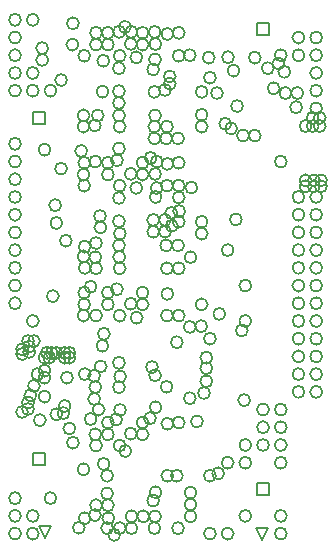
<source format=gbr>
G04*
G04 #@! TF.GenerationSoftware,Altium Limited,Altium Designer,24.9.1 (31)*
G04*
G04 Layer_Color=2752767*
%FSLAX44Y44*%
%MOMM*%
G71*
G04*
G04 #@! TF.SameCoordinates,5A5FE6A1-42EB-4B62-8C37-2C097A76047A*
G04*
G04*
G04 #@! TF.FilePolarity,Positive*
G04*
G01*
G75*
%ADD13C,0.1270*%
%ADD42C,0.1693*%
D13*
X30000Y7920D02*
X24920Y18080D01*
X35080D01*
X30000Y7920D01*
X214000Y6920D02*
X208920Y17080D01*
X219080D01*
X214000Y6920D01*
X209920Y433920D02*
Y444080D01*
X220080D01*
Y433920D01*
X209920D01*
X19920Y69920D02*
Y80080D01*
X30080D01*
Y69920D01*
X19920D01*
X209920Y44920D02*
Y55080D01*
X220080D01*
Y44920D01*
X209920D01*
X19920Y358920D02*
Y369080D01*
X30080D01*
Y358920D01*
X19920D01*
D42*
X39080Y161000D02*
G03*
X39080Y161000I-5080J0D01*
G01*
X41080Y165000D02*
G03*
X41080Y165000I-5080J0D01*
G01*
X37080D02*
G03*
X37080Y165000I-5080J0D01*
G01*
X80080Y366000D02*
G03*
X80080Y366000I-5080J0D01*
G01*
X98080D02*
G03*
X98080Y366000I-5080J0D01*
G01*
X35080Y161000D02*
G03*
X35080Y161000I-5080J0D01*
G01*
X69080Y237000D02*
G03*
X69080Y237000I-5080J0D01*
G01*
X174080Y415000D02*
G03*
X174080Y415000I-5080J0D01*
G01*
X33080Y413000D02*
G03*
X33080Y413000I-5080J0D01*
G01*
Y423000D02*
G03*
X33080Y423000I-5080J0D01*
G01*
X68116Y66465D02*
G03*
X68116Y66465I-5080J0D01*
G01*
X265080Y432000D02*
G03*
X265080Y432000I-5080J0D01*
G01*
Y417000D02*
G03*
X265080Y417000I-5080J0D01*
G01*
Y402000D02*
G03*
X265080Y402000I-5080J0D01*
G01*
Y387000D02*
G03*
X265080Y387000I-5080J0D01*
G01*
Y372000D02*
G03*
X265080Y372000I-5080J0D01*
G01*
Y297000D02*
G03*
X265080Y297000I-5080J0D01*
G01*
Y282000D02*
G03*
X265080Y282000I-5080J0D01*
G01*
Y267000D02*
G03*
X265080Y267000I-5080J0D01*
G01*
Y252000D02*
G03*
X265080Y252000I-5080J0D01*
G01*
Y237000D02*
G03*
X265080Y237000I-5080J0D01*
G01*
Y222000D02*
G03*
X265080Y222000I-5080J0D01*
G01*
Y207000D02*
G03*
X265080Y207000I-5080J0D01*
G01*
Y192000D02*
G03*
X265080Y192000I-5080J0D01*
G01*
Y177000D02*
G03*
X265080Y177000I-5080J0D01*
G01*
Y162000D02*
G03*
X265080Y162000I-5080J0D01*
G01*
Y147000D02*
G03*
X265080Y147000I-5080J0D01*
G01*
Y132000D02*
G03*
X265080Y132000I-5080J0D01*
G01*
X250080Y432000D02*
G03*
X250080Y432000I-5080J0D01*
G01*
Y417000D02*
G03*
X250080Y417000I-5080J0D01*
G01*
Y297000D02*
G03*
X250080Y297000I-5080J0D01*
G01*
Y282000D02*
G03*
X250080Y282000I-5080J0D01*
G01*
Y267000D02*
G03*
X250080Y267000I-5080J0D01*
G01*
Y252000D02*
G03*
X250080Y252000I-5080J0D01*
G01*
Y237000D02*
G03*
X250080Y237000I-5080J0D01*
G01*
Y222000D02*
G03*
X250080Y222000I-5080J0D01*
G01*
Y207000D02*
G03*
X250080Y207000I-5080J0D01*
G01*
Y192000D02*
G03*
X250080Y192000I-5080J0D01*
G01*
Y177000D02*
G03*
X250080Y177000I-5080J0D01*
G01*
Y162000D02*
G03*
X250080Y162000I-5080J0D01*
G01*
Y147000D02*
G03*
X250080Y147000I-5080J0D01*
G01*
Y132000D02*
G03*
X250080Y132000I-5080J0D01*
G01*
X235080Y417000D02*
G03*
X235080Y417000I-5080J0D01*
G01*
Y327000D02*
G03*
X235080Y327000I-5080J0D01*
G01*
Y117000D02*
G03*
X235080Y117000I-5080J0D01*
G01*
Y102000D02*
G03*
X235080Y102000I-5080J0D01*
G01*
Y87000D02*
G03*
X235080Y87000I-5080J0D01*
G01*
Y72000D02*
G03*
X235080Y72000I-5080J0D01*
G01*
Y27000D02*
G03*
X235080Y27000I-5080J0D01*
G01*
Y12000D02*
G03*
X235080Y12000I-5080J0D01*
G01*
X220080Y117000D02*
G03*
X220080Y117000I-5080J0D01*
G01*
Y102000D02*
G03*
X220080Y102000I-5080J0D01*
G01*
Y87000D02*
G03*
X220080Y87000I-5080J0D01*
G01*
X205080Y222000D02*
G03*
X205080Y222000I-5080J0D01*
G01*
Y192000D02*
G03*
X205080Y192000I-5080J0D01*
G01*
Y87000D02*
G03*
X205080Y87000I-5080J0D01*
G01*
Y72000D02*
G03*
X205080Y72000I-5080J0D01*
G01*
Y27000D02*
G03*
X205080Y27000I-5080J0D01*
G01*
X190080Y252000D02*
G03*
X190080Y252000I-5080J0D01*
G01*
Y72000D02*
G03*
X190080Y72000I-5080J0D01*
G01*
Y12000D02*
G03*
X190080Y12000I-5080J0D01*
G01*
X175080Y177000D02*
G03*
X175080Y177000I-5080J0D01*
G01*
Y12000D02*
G03*
X175080Y12000I-5080J0D01*
G01*
X130080Y327000D02*
G03*
X130080Y327000I-5080J0D01*
G01*
X40080Y387000D02*
G03*
X40080Y387000I-5080J0D01*
G01*
Y42000D02*
G03*
X40080Y42000I-5080J0D01*
G01*
X25080Y447000D02*
G03*
X25080Y447000I-5080J0D01*
G01*
Y402000D02*
G03*
X25080Y402000I-5080J0D01*
G01*
Y387000D02*
G03*
X25080Y387000I-5080J0D01*
G01*
Y192000D02*
G03*
X25080Y192000I-5080J0D01*
G01*
Y27000D02*
G03*
X25080Y27000I-5080J0D01*
G01*
Y12000D02*
G03*
X25080Y12000I-5080J0D01*
G01*
X10080Y447000D02*
G03*
X10080Y447000I-5080J0D01*
G01*
Y432000D02*
G03*
X10080Y432000I-5080J0D01*
G01*
Y417000D02*
G03*
X10080Y417000I-5080J0D01*
G01*
Y402000D02*
G03*
X10080Y402000I-5080J0D01*
G01*
Y387000D02*
G03*
X10080Y387000I-5080J0D01*
G01*
Y342000D02*
G03*
X10080Y342000I-5080J0D01*
G01*
Y327000D02*
G03*
X10080Y327000I-5080J0D01*
G01*
Y312000D02*
G03*
X10080Y312000I-5080J0D01*
G01*
Y297000D02*
G03*
X10080Y297000I-5080J0D01*
G01*
Y282000D02*
G03*
X10080Y282000I-5080J0D01*
G01*
Y267000D02*
G03*
X10080Y267000I-5080J0D01*
G01*
Y252000D02*
G03*
X10080Y252000I-5080J0D01*
G01*
Y237000D02*
G03*
X10080Y237000I-5080J0D01*
G01*
Y222000D02*
G03*
X10080Y222000I-5080J0D01*
G01*
Y207000D02*
G03*
X10080Y207000I-5080J0D01*
G01*
Y42000D02*
G03*
X10080Y42000I-5080J0D01*
G01*
Y27000D02*
G03*
X10080Y27000I-5080J0D01*
G01*
Y12000D02*
G03*
X10080Y12000I-5080J0D01*
G01*
X49080Y321000D02*
G03*
X49080Y321000I-5080J0D01*
G01*
X138403Y136277D02*
G03*
X138403Y136277I-5080J0D01*
G01*
X139080Y105000D02*
G03*
X139080Y105000I-5080J0D01*
G01*
X21080Y117500D02*
G03*
X21080Y117500I-5080J0D01*
G01*
X68080Y356600D02*
G03*
X68080Y356600I-5080J0D01*
G01*
X66080Y336000D02*
G03*
X66080Y336000I-5080J0D01*
G01*
X98080Y338000D02*
G03*
X98080Y338000I-5080J0D01*
G01*
X42080Y213000D02*
G03*
X42080Y213000I-5080J0D01*
G01*
X175080Y61000D02*
G03*
X175080Y61000I-5080J0D01*
G01*
X53080Y260000D02*
G03*
X53080Y260000I-5080J0D01*
G01*
X44080Y290000D02*
G03*
X44080Y290000I-5080J0D01*
G01*
X175080Y398000D02*
G03*
X175080Y398000I-5080J0D01*
G01*
X49080Y396000D02*
G03*
X49080Y396000I-5080J0D01*
G01*
X182080Y63000D02*
G03*
X182080Y63000I-5080J0D01*
G01*
X147080Y61000D02*
G03*
X147080Y61000I-5080J0D01*
G01*
X89080Y25000D02*
G03*
X89080Y25000I-5080J0D01*
G01*
X69024D02*
G03*
X69024Y25000I-5080J0D01*
G01*
X69080Y147000D02*
G03*
X69080Y147000I-5080J0D01*
G01*
X78080Y136000D02*
G03*
X78080Y136000I-5080J0D01*
G01*
X77080Y126000D02*
G03*
X77080Y126000I-5080J0D01*
G01*
X98080Y136000D02*
G03*
X98080Y136000I-5080J0D01*
G01*
X99080Y145000D02*
G03*
X99080Y145000I-5080J0D01*
G01*
X147080Y174000D02*
G03*
X147080Y174000I-5080J0D01*
G01*
X148680Y196600D02*
G03*
X148680Y196600I-5080J0D01*
G01*
X159380Y305000D02*
G03*
X159380Y305000I-5080J0D01*
G01*
X158080Y417000D02*
G03*
X158080Y417000I-5080J0D01*
G01*
X141080Y393000D02*
G03*
X141080Y393000I-5080J0D01*
G01*
X149080Y285000D02*
G03*
X149080Y285000I-5080J0D01*
G01*
X167680Y187600D02*
G03*
X167680Y187600I-5080J0D01*
G01*
X77080Y145600D02*
G03*
X77080Y145600I-5080J0D01*
G01*
X82580Y153500D02*
G03*
X82580Y153500I-5080J0D01*
G01*
X77680Y27600D02*
G03*
X77680Y27600I-5080J0D01*
G01*
X69080Y255000D02*
G03*
X69080Y255000I-5080J0D01*
G01*
X77680Y357600D02*
G03*
X77680Y357600I-5080J0D01*
G01*
X139080Y435000D02*
G03*
X139080Y435000I-5080J0D01*
G01*
Y325000D02*
G03*
X139080Y325000I-5080J0D01*
G01*
Y215000D02*
G03*
X139080Y215000I-5080J0D01*
G01*
X158080Y187000D02*
G03*
X158080Y187000I-5080J0D01*
G01*
X59080Y89000D02*
G03*
X59080Y89000I-5080J0D01*
G01*
X98981Y116681D02*
G03*
X98981Y116681I-5080J0D01*
G01*
X103399Y81948D02*
G03*
X103399Y81948I-5080J0D01*
G01*
X80836Y117037D02*
G03*
X80836Y117037I-5080J0D01*
G01*
X95762Y108584D02*
G03*
X95762Y108584I-5080J0D01*
G01*
X124354Y109617D02*
G03*
X124354Y109617I-5080J0D01*
G01*
X113039Y194814D02*
G03*
X113039Y194814I-5080J0D01*
G01*
X96306Y218861D02*
G03*
X96306Y218861I-5080J0D01*
G01*
X142768Y272618D02*
G03*
X142768Y272618I-5080J0D01*
G01*
X142293Y283461D02*
G03*
X142293Y283461I-5080J0D01*
G01*
X82045Y280886D02*
G03*
X82045Y280886I-5080J0D01*
G01*
X82384Y271195D02*
G03*
X82384Y271195I-5080J0D01*
G01*
X129990Y304561D02*
G03*
X129990Y304561I-5080J0D01*
G01*
X112731Y304711D02*
G03*
X112731Y304711I-5080J0D01*
G01*
X128684Y316459D02*
G03*
X128684Y316459I-5080J0D01*
G01*
X124911Y330041D02*
G03*
X124911Y330041I-5080J0D01*
G01*
X96365Y327989D02*
G03*
X96365Y327989I-5080J0D01*
G01*
X141080Y399000D02*
G03*
X141080Y399000I-5080J0D01*
G01*
X84177Y386208D02*
G03*
X84177Y386208I-5080J0D01*
G01*
X84821Y412329D02*
G03*
X84821Y412329I-5080J0D01*
G01*
X112789Y415206D02*
G03*
X112789Y415206I-5080J0D01*
G01*
X128337Y436730D02*
G03*
X128337Y436730I-5080J0D01*
G01*
X128956Y426489D02*
G03*
X128956Y426489I-5080J0D01*
G01*
X128623Y413390D02*
G03*
X128623Y413390I-5080J0D01*
G01*
X103187Y440969D02*
G03*
X103187Y440969I-5080J0D01*
G01*
X108455Y436792D02*
G03*
X108455Y436792I-5080J0D01*
G01*
X98247Y436865D02*
G03*
X98247Y436865I-5080J0D01*
G01*
X21080Y175000D02*
G03*
X21080Y175000I-5080J0D01*
G01*
X26080D02*
G03*
X26080Y175000I-5080J0D01*
G01*
X88680Y206000D02*
G03*
X88680Y206000I-5080J0D01*
G01*
X16080Y115000D02*
G03*
X16080Y115000I-5080J0D01*
G01*
X269080Y306000D02*
G03*
X269080Y306000I-5080J0D01*
G01*
X263080D02*
G03*
X263080Y306000I-5080J0D01*
G01*
X256080D02*
G03*
X256080Y306000I-5080J0D01*
G01*
X269080Y311000D02*
G03*
X269080Y311000I-5080J0D01*
G01*
X263080D02*
G03*
X263080Y311000I-5080J0D01*
G01*
X256080D02*
G03*
X256080Y311000I-5080J0D01*
G01*
X268080Y364000D02*
G03*
X268080Y364000I-5080J0D01*
G01*
X262080D02*
G03*
X262080Y364000I-5080J0D01*
G01*
X268080Y357000D02*
G03*
X268080Y357000I-5080J0D01*
G01*
X262080D02*
G03*
X262080Y357000I-5080J0D01*
G01*
X256080D02*
G03*
X256080Y357000I-5080J0D01*
G01*
X202080Y184000D02*
G03*
X202080Y184000I-5080J0D01*
G01*
X204080Y125000D02*
G03*
X204080Y125000I-5080J0D01*
G01*
X94080Y11000D02*
G03*
X94080Y11000I-5080J0D01*
G01*
X170080Y131000D02*
G03*
X170080Y131000I-5080J0D01*
G01*
X84080Y171000D02*
G03*
X84080Y171000I-5080J0D01*
G01*
X85284Y181204D02*
G03*
X85284Y181204I-5080J0D01*
G01*
X45080Y113000D02*
G03*
X45080Y113000I-5080J0D01*
G01*
X31080Y108000D02*
G03*
X31080Y108000I-5080J0D01*
G01*
X54080Y144000D02*
G03*
X54080Y144000I-5080J0D01*
G01*
X88080Y46000D02*
G03*
X88080Y46000I-5080J0D01*
G01*
X85080Y71000D02*
G03*
X85080Y71000I-5080J0D01*
G01*
X129080Y47000D02*
G03*
X129080Y47000I-5080J0D01*
G01*
Y119000D02*
G03*
X129080Y119000I-5080J0D01*
G01*
X98080Y156600D02*
G03*
X98080Y156600I-5080J0D01*
G01*
X126080Y153000D02*
G03*
X126080Y153000I-5080J0D01*
G01*
X168080Y206000D02*
G03*
X168080Y206000I-5080J0D01*
G01*
X158680Y246000D02*
G03*
X158680Y246000I-5080J0D01*
G01*
X148080Y256000D02*
G03*
X148080Y256000I-5080J0D01*
G01*
X148680Y276000D02*
G03*
X148680Y276000I-5080J0D01*
G01*
Y296600D02*
G03*
X148680Y296600I-5080J0D01*
G01*
X138680Y356600D02*
G03*
X138680Y356600I-5080J0D01*
G01*
X138080Y346600D02*
G03*
X138080Y346600I-5080J0D01*
G01*
X128080D02*
G03*
X128080Y346600I-5080J0D01*
G01*
Y356600D02*
G03*
X128080Y356600I-5080J0D01*
G01*
X98080Y406000D02*
G03*
X98080Y406000I-5080J0D01*
G01*
Y386600D02*
G03*
X98080Y386600I-5080J0D01*
G01*
Y376600D02*
G03*
X98080Y376600I-5080J0D01*
G01*
X128080Y386000D02*
G03*
X128080Y386000I-5080J0D01*
G01*
X137080Y387600D02*
G03*
X137080Y387600I-5080J0D01*
G01*
X137215Y267600D02*
G03*
X137215Y267600I-5080J0D01*
G01*
X137080Y277600D02*
G03*
X137080Y277600I-5080J0D01*
G01*
X127080Y267600D02*
G03*
X127080Y267600I-5080J0D01*
G01*
Y277600D02*
G03*
X127080Y277600I-5080J0D01*
G01*
X129080Y297000D02*
G03*
X129080Y297000I-5080J0D01*
G01*
X98080Y296135D02*
G03*
X98080Y296135I-5080J0D01*
G01*
X98815Y266000D02*
G03*
X98815Y266000I-5080J0D01*
G01*
X98080Y276465D02*
G03*
X98080Y276465I-5080J0D01*
G01*
X88080Y61000D02*
G03*
X88080Y61000I-5080J0D01*
G01*
X139080D02*
G03*
X139080Y61000I-5080J0D01*
G01*
X64080Y17000D02*
G03*
X64080Y17000I-5080J0D01*
G01*
X127080Y405000D02*
G03*
X127080Y405000I-5080J0D01*
G01*
X35080Y337000D02*
G03*
X35080Y337000I-5080J0D01*
G01*
X183080Y198000D02*
G03*
X183080Y198000I-5080J0D01*
G01*
X45080Y275000D02*
G03*
X45080Y275000I-5080J0D01*
G01*
X197080Y278000D02*
G03*
X197080Y278000I-5080J0D01*
G01*
X127080Y40000D02*
G03*
X127080Y40000I-5080J0D01*
G01*
X164080Y107000D02*
G03*
X164080Y107000I-5080J0D01*
G01*
X98336Y246256D02*
G03*
X98336Y246256I-5080J0D01*
G01*
X78080Y246000D02*
G03*
X78080Y246000I-5080J0D01*
G01*
X52080Y120000D02*
G03*
X52080Y120000I-5080J0D01*
G01*
X51080Y114000D02*
G03*
X51080Y114000I-5080J0D01*
G01*
X22106Y165889D02*
G03*
X22106Y165889I-5080J0D01*
G01*
X21973Y170314D02*
G03*
X21973Y170314I-5080J0D01*
G01*
X16080Y164000D02*
G03*
X16080Y164000I-5080J0D01*
G01*
Y168000D02*
G03*
X16080Y168000I-5080J0D01*
G01*
X56080Y165000D02*
G03*
X56080Y165000I-5080J0D01*
G01*
X52080D02*
G03*
X52080Y165000I-5080J0D01*
G01*
X56080Y161000D02*
G03*
X56080Y161000I-5080J0D01*
G01*
X52080D02*
G03*
X52080Y161000I-5080J0D01*
G01*
X45080Y165000D02*
G03*
X45080Y165000I-5080J0D01*
G01*
X26080Y137000D02*
G03*
X26080Y137000I-5080J0D01*
G01*
X35080Y128000D02*
G03*
X35080Y128000I-5080J0D01*
G01*
Y144000D02*
G03*
X35080Y144000I-5080J0D01*
G01*
X29080Y147000D02*
G03*
X29080Y147000I-5080J0D01*
G01*
X35080Y150000D02*
G03*
X35080Y150000I-5080J0D01*
G01*
X23080Y129000D02*
G03*
X23080Y129000I-5080J0D01*
G01*
X21080Y123000D02*
G03*
X21080Y123000I-5080J0D01*
G01*
X239080Y385000D02*
G03*
X239080Y385000I-5080J0D01*
G01*
X248080Y373000D02*
G03*
X248080Y373000I-5080J0D01*
G01*
X198080Y374000D02*
G03*
X198080Y374000I-5080J0D01*
G01*
X188080Y359000D02*
G03*
X188080Y359000I-5080J0D01*
G01*
X229080Y389000D02*
G03*
X229080Y389000I-5080J0D01*
G01*
X249080Y385000D02*
G03*
X249080Y385000I-5080J0D01*
G01*
X181080D02*
G03*
X181080Y385000I-5080J0D01*
G01*
X224080Y406000D02*
G03*
X224080Y406000I-5080J0D01*
G01*
X195080Y404000D02*
G03*
X195080Y404000I-5080J0D01*
G01*
X190405Y415325D02*
G03*
X190405Y415325I-5080J0D01*
G01*
X213080Y415000D02*
G03*
X213080Y415000I-5080J0D01*
G01*
X238080Y403000D02*
G03*
X238080Y403000I-5080J0D01*
G01*
X233080Y410000D02*
G03*
X233080Y410000I-5080J0D01*
G01*
X213080Y349000D02*
G03*
X213080Y349000I-5080J0D01*
G01*
X203080D02*
G03*
X203080Y349000I-5080J0D01*
G01*
X168080Y366600D02*
G03*
X168080Y366600I-5080J0D01*
G01*
X193080Y355000D02*
G03*
X193080Y355000I-5080J0D01*
G01*
X74080Y109000D02*
G03*
X74080Y109000I-5080J0D01*
G01*
X68080Y366000D02*
G03*
X68080Y366000I-5080J0D01*
G01*
X59080Y444000D02*
G03*
X59080Y444000I-5080J0D01*
G01*
X78080Y327000D02*
G03*
X78080Y327000I-5080J0D01*
G01*
X98680Y236600D02*
G03*
X98680Y236600I-5080J0D01*
G01*
X78680D02*
G03*
X78680Y236600I-5080J0D01*
G01*
X74080Y221000D02*
G03*
X74080Y221000I-5080J0D01*
G01*
X68680Y216000D02*
G03*
X68680Y216000I-5080J0D01*
G01*
Y206000D02*
G03*
X68680Y206000I-5080J0D01*
G01*
X78680Y196600D02*
G03*
X78680Y196600I-5080J0D01*
G01*
X68080Y196600D02*
G03*
X68080Y196600I-5080J0D01*
G01*
Y246600D02*
G03*
X68080Y246600I-5080J0D01*
G01*
X98080Y256000D02*
G03*
X98080Y256000I-5080J0D01*
G01*
X78680Y258000D02*
G03*
X78680Y258000I-5080J0D01*
G01*
X68080Y316000D02*
G03*
X68080Y316000I-5080J0D01*
G01*
X68680Y306600D02*
G03*
X68680Y306600I-5080J0D01*
G01*
X68680Y326000D02*
G03*
X68680Y326000I-5080J0D01*
G01*
X98680Y356600D02*
G03*
X98680Y356600I-5080J0D01*
G01*
X78680Y436000D02*
G03*
X78680Y436000I-5080J0D01*
G01*
Y426000D02*
G03*
X78680Y426000I-5080J0D01*
G01*
X68680Y416600D02*
G03*
X68680Y416600I-5080J0D01*
G01*
X58680Y426000D02*
G03*
X58680Y426000I-5080J0D01*
G01*
X148680Y436000D02*
G03*
X148680Y436000I-5080J0D01*
G01*
X148680Y416600D02*
G03*
X148680Y416600I-5080J0D01*
G01*
X128680Y366000D02*
G03*
X128680Y366000I-5080J0D01*
G01*
X168080Y386000D02*
G03*
X168080Y386000I-5080J0D01*
G01*
X168080Y356600D02*
G03*
X168080Y356600I-5080J0D01*
G01*
X148080Y346600D02*
G03*
X148080Y346600I-5080J0D01*
G01*
X148680Y326000D02*
G03*
X148680Y326000I-5080J0D01*
G01*
X138680Y306600D02*
G03*
X138680Y306600I-5080J0D01*
G01*
X148680D02*
G03*
X148680Y306600I-5080J0D01*
G01*
X168080Y276000D02*
G03*
X168080Y276000I-5080J0D01*
G01*
Y266000D02*
G03*
X168080Y266000I-5080J0D01*
G01*
X138080Y256000D02*
G03*
X138080Y256000I-5080J0D01*
G01*
X148680Y236600D02*
G03*
X148680Y236600I-5080J0D01*
G01*
X138680D02*
G03*
X138680Y236600I-5080J0D01*
G01*
Y196600D02*
G03*
X138680Y196600I-5080J0D01*
G01*
X128680Y146000D02*
G03*
X128680Y146000I-5080J0D01*
G01*
X172080Y161000D02*
G03*
X172080Y161000I-5080J0D01*
G01*
Y152000D02*
G03*
X172080Y152000I-5080J0D01*
G01*
Y141000D02*
G03*
X172080Y141000I-5080J0D01*
G01*
X158080Y126600D02*
G03*
X158080Y126600I-5080J0D01*
G01*
X148680Y106000D02*
G03*
X148680Y106000I-5080J0D01*
G01*
X56080Y101000D02*
G03*
X56080Y101000I-5080J0D01*
G01*
X78080Y96000D02*
G03*
X78080Y96000I-5080J0D01*
G01*
X78680Y86600D02*
G03*
X78680Y86600I-5080J0D01*
G01*
X88680Y36000D02*
G03*
X88680Y36000I-5080J0D01*
G01*
X78680D02*
G03*
X78680Y36000I-5080J0D01*
G01*
X158680Y46600D02*
G03*
X158680Y46600I-5080J0D01*
G01*
Y36600D02*
G03*
X158680Y36600I-5080J0D01*
G01*
Y26600D02*
G03*
X158680Y26600I-5080J0D01*
G01*
X148080Y16600D02*
G03*
X148080Y16600I-5080J0D01*
G01*
X128680Y26600D02*
G03*
X128680Y26600I-5080J0D01*
G01*
X118680D02*
G03*
X118680Y26600I-5080J0D01*
G01*
X128080Y16600D02*
G03*
X128080Y16600I-5080J0D01*
G01*
X108680Y26600D02*
G03*
X108680Y26600I-5080J0D01*
G01*
Y16600D02*
G03*
X108680Y16600I-5080J0D01*
G01*
X98680D02*
G03*
X98680Y16600I-5080J0D01*
G01*
X88080Y16600D02*
G03*
X88080Y16600I-5080J0D01*
G01*
X88680Y426000D02*
G03*
X88680Y426000I-5080J0D01*
G01*
Y436000D02*
G03*
X88680Y436000I-5080J0D01*
G01*
X98680Y416600D02*
G03*
X98680Y416600I-5080J0D01*
G01*
X108080Y426600D02*
G03*
X108080Y426600I-5080J0D01*
G01*
X118080Y436000D02*
G03*
X118080Y436000I-5080J0D01*
G01*
Y426000D02*
G03*
X118080Y426000I-5080J0D01*
G01*
X88680Y316000D02*
G03*
X88680Y316000I-5080J0D01*
G01*
Y326000D02*
G03*
X88680Y326000I-5080J0D01*
G01*
X98680Y306600D02*
G03*
X98680Y306600I-5080J0D01*
G01*
X108080Y316600D02*
G03*
X108080Y316600I-5080J0D01*
G01*
X118080Y326000D02*
G03*
X118080Y326000I-5080J0D01*
G01*
Y316000D02*
G03*
X118080Y316000I-5080J0D01*
G01*
X88680Y216000D02*
G03*
X88680Y216000I-5080J0D01*
G01*
X98680Y196600D02*
G03*
X98680Y196600I-5080J0D01*
G01*
X108080Y206600D02*
G03*
X108080Y206600I-5080J0D01*
G01*
X118080Y216000D02*
G03*
X118080Y216000I-5080J0D01*
G01*
Y206000D02*
G03*
X118080Y206000I-5080J0D01*
G01*
Y96000D02*
G03*
X118080Y96000I-5080J0D01*
G01*
Y106000D02*
G03*
X118080Y106000I-5080J0D01*
G01*
X108080Y96600D02*
G03*
X108080Y96600I-5080J0D01*
G01*
X98680Y86600D02*
G03*
X98680Y86600I-5080J0D01*
G01*
X88680Y106000D02*
G03*
X88680Y106000I-5080J0D01*
G01*
Y96000D02*
G03*
X88680Y96000I-5080J0D01*
G01*
M02*

</source>
